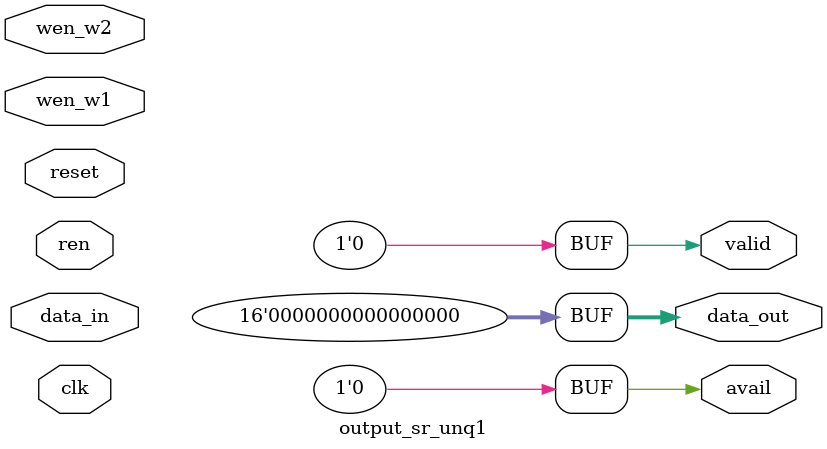
<source format=v>
`define xassert(condition, message)

module output_sr_unq1(
clk,
reset,
data_in,
wen_w1,
wen_w2,
data_out,
avail,
ren,
valid
);

  input clk;
  input reset;
  input [31:0] data_in;
  input wen_w2;
  input wen_w1;
  input ren;
  output reg valid;
  output reg avail;
  output reg [15:0] data_out;

   assign valid = 0;
   assign avail = 0;

   assign data_out = 0;
   
endmodule

</source>
